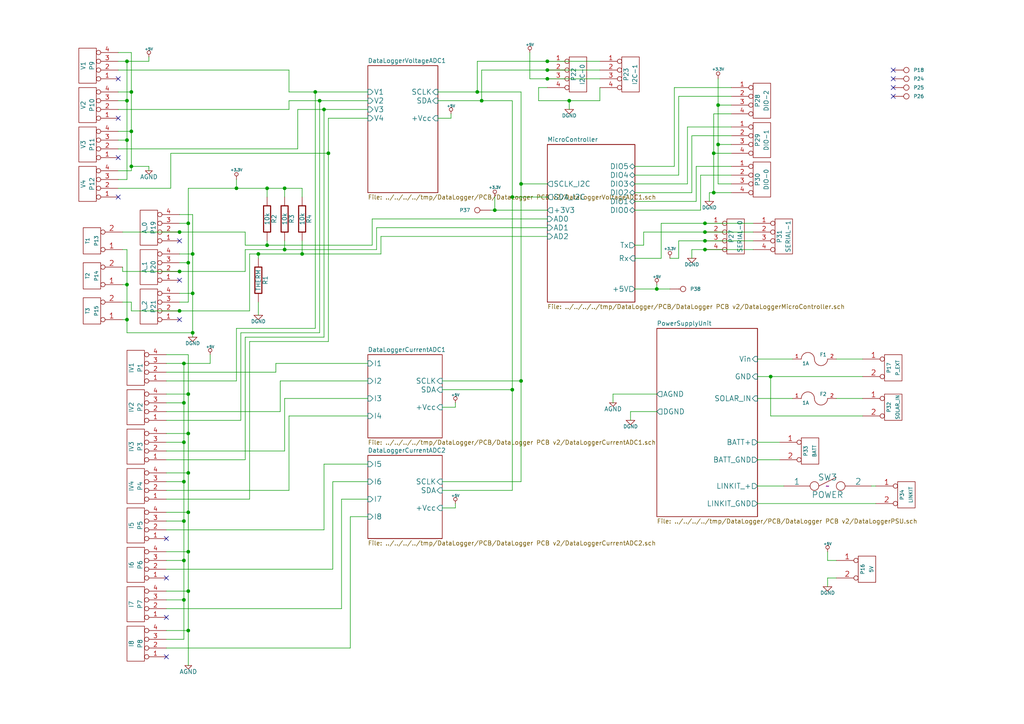
<source format=kicad_sch>
(kicad_sch (version 20230121) (generator eeschema)
  (paper "A4")
  (title_block (title "VIt Monitoring Slave Unit") (date "7 may 2015") (rev "1") (company "Product Health"))
  (lib_symbols
    (symbol "DataLogger_LinkItOne_PCB_v2-rescue:+3.3V" (power) (pin_names (offset 0))
      (property "Value" "+3.3V" (at 0 2.794 0))
      (symbol "+3.3V_0_0"
        (pin power_in line (at 0 0 90) (length 0) hide (name "+3.3V") (number "1"))
      )
      (symbol "+3.3V_0_1"
        (polyline (pts (xy 0 0) (xy 0 1.016) (xy 0 1.016)))
        (circle (center 0 1.524) (radius 0.508))
      )
    )
    (symbol "DataLogger_LinkItOne_PCB_v2-rescue:+5V" (power) (pin_names (offset 1.016))
      (property "Value" "+5V" (at 0 2.286 0))
      (symbol "+5V_0_0"
        (pin power_in line (at 0 0 90) (length 0) hide (name "+5V") (number "1"))
      )
      (symbol "+5V_0_1"
        (polyline (pts (xy 0 0) (xy 0 0.762) (xy 0 0.762) (xy 0 0.762)))
        (circle (center 0 1.27) (radius 0.508))
      )
    )
    (symbol "DataLogger_LinkItOne_PCB_v2-rescue:AGND" (power) (pin_names (offset 0.254))
      (property "Value" "AGND" (at 0 -1.778 0))
      (symbol "AGND_0_1"
        (polyline (pts (xy -1.016 0) (xy 1.016 0) (xy 0 -1.016) (xy -1.016 0)))
      )
      (symbol "AGND_1_1"
        (pin power_in line (at 0 0 90) (length 0) hide (name "AGND") (number "1"))
      )
    )
    (symbol "DataLogger_LinkItOne_PCB_v2-rescue:CONN_1" (pin_numbers hide) (pin_names (offset 0.762) hide)
      (property "Reference" "P" (at 2.032 0 0))
      (symbol "CONN_1_0_1"
        (polyline (pts (xy -0.762 0) (xy -1.27 0)))
        (circle (center 0 0) (radius 0.7874))
      )
      (symbol "CONN_1_1_1"
        (pin passive line (at -3.81 0 0) (length 2.54) (name "1") (number "1"))
      )
    )
    (symbol "DataLogger_LinkItOne_PCB_v2-rescue:CONN_2" (pin_names (offset 1.016) hide)
      (property "Reference" "P" (at -1.27 0 90))
      (property "Value" "CONN_2" (at 1.27 0 90))
      (symbol "CONN_2_0_1"
        (rectangle (start -2.54 3.81) (end 2.54 -3.81))
      )
      (symbol "CONN_2_1_1"
        (pin passive inverted (at -8.89 2.54 0) (length 6.35) (name "P1") (number "1"))
        (pin passive inverted (at -8.89 -2.54 0) (length 6.35) (name "PM") (number "2"))
      )
    )
    (symbol "DataLogger_LinkItOne_PCB_v2-rescue:CONN_4" (pin_names (offset 1.016) hide)
      (property "Reference" "P" (at -1.27 0 90))
      (property "Value" "CONN_4" (at 1.27 0 90))
      (symbol "CONN_4_0_1"
        (rectangle (start -2.54 5.08) (end 2.54 -5.08))
      )
      (symbol "CONN_4_1_1"
        (pin passive inverted (at -8.89 3.81 0) (length 6.35) (name "P1") (number "1"))
        (pin passive inverted (at -8.89 1.27 0) (length 6.35) (name "P2") (number "2"))
        (pin passive inverted (at -8.89 -1.27 0) (length 6.35) (name "P3") (number "3"))
        (pin passive inverted (at -8.89 -3.81 0) (length 6.35) (name "P4") (number "4"))
      )
    )
    (symbol "DataLogger_LinkItOne_PCB_v2-rescue:DGND" (power) (pin_names (offset 1.016))
      (property "Value" "DGND" (at 0 -1.778 0))
      (symbol "DGND_0_1"
        (polyline (pts (xy -1.27 0) (xy 0 -1.27) (xy 1.27 0) (xy -1.27 0)))
      )
      (symbol "DGND_1_1"
        (pin power_in line (at 0 0 90) (length 0) hide (name "DGND") (number "1"))
      )
    )
    (symbol "DataLogger_LinkItOne_PCB_v2-rescue:FUSE" (pin_names (offset 0.254))
      (property "Reference" "F" (at 2.54 1.27 0))
      (property "Value" "FUSE" (at -2.54 -1.27 0))
      (symbol "FUSE_0_1"
        (arc (start 0 0) (mid -1.905 1.8967) (end -3.81 0))
        (arc (start 0 0) (mid 1.905 -1.8967) (end 3.81 0))
      )
      (symbol "FUSE_1_1"
        (pin input line (at -6.35 0 0) (length 2.54) (name "~") (number "1"))
        (pin input line (at 6.35 0 180) (length 2.54) (name "~") (number "2"))
      )
    )
    (symbol "DataLogger_LinkItOne_PCB_v2-rescue:R" (pin_numbers hide) (pin_names (offset 0))
      (property "Reference" "R" (at 2.032 0 90))
      (property "Value" "R" (at 0 0 90))
      (symbol "R_0_1"
        (rectangle (start -1.016 3.81) (end 1.016 -3.81) (stroke (width 0.3048)))
      )
      (symbol "R_1_1"
        (pin passive line (at 0 6.35 270) (length 2.54) (name "~") (number "1"))
        (pin passive line (at 0 -6.35 90) (length 2.54) (name "~") (number "2"))
      )
    )
    (symbol "DataLogger_LinkItOne_PCB_v2-rescue:SPST" (pin_numbers hide) (pin_names (offset 0))
      (property "Reference" "SW" (at 0 2.54 0))
      (property "Value" "SPST" (at 0 -2.54 0))
      (symbol "SPST_0_0"
        (circle (center -3.81 0) (radius 1.27))
        (polyline (pts (xy -2.54 0) (xy 2.54 2.54)))
        (circle (center 3.81 0) (radius 1.27))
      )
      (symbol "SPST_1_1"
        (pin input line (at -12.7 0 0) (length 7.62) (name "1") (number "1"))
        (pin input line (at 12.7 0 180) (length 7.62) (name "2") (number "2"))
      )
    )
  )
  (junction (at 36.83 92.71))
  (junction (at 36.83 29.21))
  (junction (at 36.83 17.78))
  (junction (at 53.34 128.27))
  (junction (at 54.61 160.02))
  (junction (at 55.88 73.66))
  (junction (at 82.55 72.39))
  (junction (at 91.44 26.67))
  (junction (at 53.34 116.84))
  (junction (at 223.52 109.22))
  (junction (at 190.5 83.82))
  (junction (at 54.61 182.88))
  (junction (at 158.75 17.78))
  (junction (at 52.07 67.31))
  (junction (at 77.47 71.12))
  (junction (at 54.61 171.45))
  (junction (at 204.47 69.85))
  (junction (at 93.98 31.75))
  (junction (at 36.83 40.64))
  (junction (at 207.01 55.88))
  (junction (at 92.71 29.21))
  (junction (at 54.61 137.16))
  (junction (at 53.34 151.13))
  (junction (at 53.34 173.99))
  (junction (at 208.28 41.91))
  (junction (at 148.59 57.15))
  (junction (at 165.1 29.21))
  (junction (at 53.34 139.7))
  (junction (at 151.13 110.49))
  (junction (at 87.63 73.66))
  (junction (at 54.61 114.3))
  (junction (at 38.1 26.67))
  (junction (at 74.93 73.66))
  (junction (at 38.1 48.26))
  (junction (at 95.25 44.45))
  (junction (at 54.61 125.73))
  (junction (at 148.59 113.03))
  (junction (at 36.83 82.55))
  (junction (at 158.75 20.32))
  (junction (at 77.47 54.61))
  (junction (at 139.7 29.21))
  (junction (at 38.1 38.1))
  (junction (at 204.47 67.31))
  (junction (at 53.34 105.41))
  (junction (at 151.13 53.34))
  (junction (at 208.28 30.48))
  (junction (at 138.43 26.67))
  (junction (at 82.55 54.61))
  (junction (at 207.01 44.45))
  (junction (at 53.34 162.56))
  (junction (at 54.61 64.77))
  (junction (at 55.88 96.52))
  (junction (at 52.07 78.74))
  (junction (at 204.47 72.39))
  (junction (at 54.61 76.2))
  (junction (at 52.07 90.17))
  (junction (at 204.47 64.77))
  (junction (at 143.51 60.96))
  (junction (at 68.58 54.61))
  (junction (at 54.61 148.59))
  (junction (at 55.88 85.09))
  (junction (at 158.75 22.86))
  (no_connect (at 259.08 20.32))
  (no_connect (at 48.26 156.21))
  (no_connect (at 259.08 22.86))
  (no_connect (at 48.26 167.64))
  (no_connect (at 34.29 22.86))
  (no_connect (at 34.29 34.29))
  (no_connect (at 48.26 190.5))
  (no_connect (at 52.07 81.28))
  (no_connect (at 52.07 92.71))
  (no_connect (at 34.29 45.72))
  (no_connect (at 52.07 69.85))
  (no_connect (at 34.29 57.15))
  (no_connect (at 259.08 27.94))
  (no_connect (at 259.08 25.4))
  (no_connect (at 48.26 179.07))
  (wire (pts (xy 43.18 49.53) (xy 43.18 48.26)))
  (wire (pts (xy 48.26 160.02) (xy 54.61 160.02)))
  (wire (pts (xy 52.07 78.74) (xy 71.12 78.74)))
  (wire (pts (xy 83.82 120.65) (xy 106.68 120.65)))
  (wire (pts (xy 200.66 55.88) (xy 184.15 55.88)))
  (wire (pts (xy 205.74 55.88) (xy 205.74 58.42)))
  (wire (pts (xy 186.69 67.31) (xy 204.47 67.31)))
  (wire (pts (xy 36.83 82.55) (xy 36.83 92.71)))
  (wire (pts (xy 48.26 171.45) (xy 54.61 171.45)))
  (wire (pts (xy 139.7 20.32) (xy 158.75 20.32)))
  (wire (pts (xy 199.39 53.34) (xy 199.39 36.83)))
  (wire (pts (xy 207.01 33.02) (xy 212.09 33.02)))
  (wire (pts (xy 54.61 171.45) (xy 54.61 182.88)))
  (wire (pts (xy 80.01 107.95) (xy 80.01 105.41)))
  (wire (pts (xy 165.1 31.75) (xy 165.1 29.21)))
  (wire (pts (xy 68.58 110.49) (xy 48.26 110.49)))
  (wire (pts (xy 53.34 139.7) (xy 53.34 151.13)))
  (wire (pts (xy 81.28 110.49) (xy 106.68 110.49)))
  (wire (pts (xy 109.22 66.04) (xy 158.75 66.04)))
  (wire (pts (xy 34.29 40.64) (xy 36.83 40.64)))
  (wire (pts (xy 54.61 87.63) (xy 52.07 87.63)))
  (wire (pts (xy 34.29 26.67) (xy 38.1 26.67)))
  (wire (pts (xy 54.61 148.59) (xy 54.61 160.02)))
  (wire (pts (xy 138.43 26.67) (xy 151.13 26.67)))
  (wire (pts (xy 53.34 105.41) (xy 53.34 116.84)))
  (wire (pts (xy 48.26 182.88) (xy 54.61 182.88)))
  (wire (pts (xy 86.36 43.18) (xy 34.29 43.18)))
  (wire (pts (xy 34.29 20.32) (xy 83.82 20.32)))
  (wire (pts (xy 48.26 102.87) (xy 54.61 102.87)))
  (wire (pts (xy 36.83 52.07) (xy 34.29 52.07)))
  (wire (pts (xy 106.68 134.62) (xy 93.98 134.62)))
  (wire (pts (xy 201.93 48.26) (xy 212.09 48.26)))
  (wire (pts (xy 184.15 58.42) (xy 201.93 58.42)))
  (wire (pts (xy 219.71 109.22) (xy 223.52 109.22)))
  (wire (pts (xy 72.39 99.06) (xy 95.25 99.06)))
  (wire (pts (xy 186.69 67.31) (xy 186.69 71.12)))
  (wire (pts (xy 194.31 74.93) (xy 196.85 74.93)))
  (wire (pts (xy 200.66 72.39) (xy 200.66 74.93)))
  (wire (pts (xy 196.85 50.8) (xy 184.15 50.8)))
  (wire (pts (xy 203.2 50.8) (xy 203.2 60.96)))
  (wire (pts (xy 74.93 74.93) (xy 74.93 73.66)))
  (wire (pts (xy 148.59 142.24) (xy 128.27 142.24)))
  (wire (pts (xy 95.25 44.45) (xy 95.25 34.29)))
  (wire (pts (xy 69.85 96.52) (xy 92.71 96.52)))
  (wire (pts (xy 219.71 133.35) (xy 226.06 133.35)))
  (wire (pts (xy 91.44 26.67) (xy 106.68 26.67)))
  (wire (pts (xy 92.71 29.21) (xy 106.68 29.21)))
  (wire (pts (xy 38.1 87.63) (xy 35.56 87.63)))
  (wire (pts (xy 219.71 104.14) (xy 229.87 104.14)))
  (wire (pts (xy 68.58 52.07) (xy 68.58 54.61)))
  (wire (pts (xy 201.93 58.42) (xy 201.93 48.26)))
  (wire (pts (xy 242.57 115.57) (xy 250.19 115.57)))
  (wire (pts (xy 48.26 144.78) (xy 72.39 144.78)))
  (wire (pts (xy 191.77 64.77) (xy 204.47 64.77)))
  (wire (pts (xy 35.56 67.31) (xy 52.07 67.31)))
  (wire (pts (xy 48.26 121.92) (xy 69.85 121.92)))
  (wire (pts (xy 109.22 72.39) (xy 109.22 66.04)))
  (wire (pts (xy 95.25 34.29) (xy 106.68 34.29)))
  (wire (pts (xy 52.07 73.66) (xy 55.88 73.66)))
  (wire (pts (xy 95.25 99.06) (xy 95.25 44.45)))
  (wire (pts (xy 86.36 31.75) (xy 86.36 43.18)))
  (wire (pts (xy 207.01 55.88) (xy 212.09 55.88)))
  (wire (pts (xy 184.15 74.93) (xy 191.77 74.93)))
  (wire (pts (xy 35.56 78.74) (xy 35.56 77.47)))
  (wire (pts (xy 139.7 29.21) (xy 148.59 29.21)))
  (wire (pts (xy 199.39 36.83) (xy 212.09 36.83)))
  (wire (pts (xy 48.26 151.13) (xy 53.34 151.13)))
  (wire (pts (xy 130.81 34.29) (xy 130.81 33.02)))
  (wire (pts (xy 156.21 29.21) (xy 165.1 29.21)))
  (wire (pts (xy 151.13 53.34) (xy 151.13 110.49)))
  (wire (pts (xy 186.69 71.12) (xy 184.15 71.12)))
  (wire (pts (xy 219.71 128.27) (xy 226.06 128.27)))
  (wire (pts (xy 36.83 96.52) (xy 55.88 96.52)))
  (wire (pts (xy 38.1 38.1) (xy 38.1 48.26)))
  (wire (pts (xy 208.28 41.91) (xy 208.28 53.34)))
  (wire (pts (xy 52.07 62.23) (xy 55.88 62.23)))
  (wire (pts (xy 212.09 41.91) (xy 208.28 41.91)))
  (wire (pts (xy 208.28 53.34) (xy 212.09 53.34)))
  (wire (pts (xy 142.24 60.96) (xy 143.51 60.96)))
  (wire (pts (xy 55.88 62.23) (xy 55.88 73.66)))
  (wire (pts (xy 101.6 149.86) (xy 101.6 187.96)))
  (wire (pts (xy 204.47 72.39) (xy 218.44 72.39)))
  (wire (pts (xy 72.39 90.17) (xy 52.07 90.17)))
  (wire (pts (xy 208.28 30.48) (xy 208.28 41.91)))
  (wire (pts (xy 87.63 54.61) (xy 87.63 57.15)))
  (wire (pts (xy 53.34 128.27) (xy 53.34 139.7)))
  (wire (pts (xy 132.08 147.32) (xy 132.08 146.05)))
  (wire (pts (xy 93.98 97.79) (xy 93.98 31.75)))
  (wire (pts (xy 48.26 105.41) (xy 53.34 105.41)))
  (wire (pts (xy 110.49 68.58) (xy 110.49 73.66)))
  (wire (pts (xy 127 34.29) (xy 130.81 34.29)))
  (wire (pts (xy 71.12 67.31) (xy 71.12 71.12)))
  (wire (pts (xy 53.34 173.99) (xy 53.34 185.42)))
  (wire (pts (xy 87.63 69.85) (xy 87.63 73.66)))
  (wire (pts (xy 190.5 82.55) (xy 190.5 83.82)))
  (wire (pts (xy 153.67 22.86) (xy 158.75 22.86)))
  (wire (pts (xy 219.71 115.57) (xy 229.87 115.57)))
  (wire (pts (xy 158.75 53.34) (xy 151.13 53.34)))
  (wire (pts (xy 195.58 25.4) (xy 212.09 25.4)))
  (wire (pts (xy 36.83 17.78) (xy 36.83 29.21)))
  (wire (pts (xy 68.58 95.25) (xy 68.58 110.49)))
  (wire (pts (xy 205.74 55.88) (xy 207.01 55.88)))
  (wire (pts (xy 242.57 162.56) (xy 240.03 162.56)))
  (wire (pts (xy 54.61 125.73) (xy 54.61 137.16)))
  (wire (pts (xy 200.66 72.39) (xy 204.47 72.39)))
  (wire (pts (xy 49.53 44.45) (xy 95.25 44.45)))
  (wire (pts (xy 182.88 119.38) (xy 182.88 121.92)))
  (wire (pts (xy 68.58 54.61) (xy 77.47 54.61)))
  (wire (pts (xy 208.28 30.48) (xy 212.09 30.48)))
  (wire (pts (xy 91.44 26.67) (xy 91.44 95.25)))
  (wire (pts (xy 43.18 48.26) (xy 38.1 48.26)))
  (wire (pts (xy 158.75 25.4) (xy 156.21 25.4)))
  (wire (pts (xy 158.75 17.78) (xy 173.99 17.78)))
  (wire (pts (xy 99.06 144.78) (xy 99.06 176.53)))
  (wire (pts (xy 48.26 137.16) (xy 54.61 137.16)))
  (wire (pts (xy 148.59 57.15) (xy 148.59 113.03)))
  (wire (pts (xy 151.13 110.49) (xy 151.13 139.7)))
  (wire (pts (xy 74.93 91.44) (xy 74.93 87.63)))
  (wire (pts (xy 53.34 185.42) (xy 48.26 185.42)))
  (wire (pts (xy 177.8 114.3) (xy 177.8 116.84)))
  (wire (pts (xy 128.27 118.11) (xy 132.08 118.11)))
  (wire (pts (xy 83.82 142.24) (xy 83.82 120.65)))
  (wire (pts (xy 127 29.21) (xy 139.7 29.21)))
  (wire (pts (xy 219.71 140.97) (xy 227.33 140.97)))
  (wire (pts (xy 34.29 17.78) (xy 36.83 17.78)))
  (wire (pts (xy 54.61 76.2) (xy 54.61 87.63)))
  (wire (pts (xy 55.88 73.66) (xy 55.88 85.09)))
  (wire (pts (xy 196.85 74.93) (xy 196.85 69.85)))
  (wire (pts (xy 48.26 114.3) (xy 54.61 114.3)))
  (wire (pts (xy 165.1 29.21) (xy 173.99 29.21)))
  (wire (pts (xy 36.83 17.78) (xy 43.18 17.78)))
  (wire (pts (xy 34.29 29.21) (xy 36.83 29.21)))
  (wire (pts (xy 35.56 78.74) (xy 52.07 78.74)))
  (wire (pts (xy 190.5 114.3) (xy 177.8 114.3)))
  (wire (pts (xy 156.21 25.4) (xy 156.21 29.21)))
  (wire (pts (xy 71.12 97.79) (xy 93.98 97.79)))
  (wire (pts (xy 96.52 165.1) (xy 48.26 165.1)))
  (wire (pts (xy 52.07 90.17) (xy 38.1 90.17)))
  (wire (pts (xy 35.56 82.55) (xy 36.83 82.55)))
  (wire (pts (xy 148.59 113.03) (xy 128.27 113.03)))
  (wire (pts (xy 82.55 54.61) (xy 87.63 54.61)))
  (wire (pts (xy 153.67 22.86) (xy 153.67 15.24)))
  (wire (pts (xy 195.58 48.26) (xy 195.58 25.4)))
  (wire (pts (xy 55.88 85.09) (xy 52.07 85.09)))
  (wire (pts (xy 54.61 182.88) (xy 54.61 193.04)))
  (wire (pts (xy 212.09 27.94) (xy 196.85 27.94)))
  (wire (pts (xy 38.1 26.67) (xy 38.1 38.1)))
  (wire (pts (xy 38.1 48.26) (xy 38.1 49.53)))
  (wire (pts (xy 54.61 114.3) (xy 54.61 125.73)))
  (wire (pts (xy 212.09 50.8) (xy 203.2 50.8)))
  (wire (pts (xy 151.13 26.67) (xy 151.13 53.34)))
  (wire (pts (xy 86.36 31.75) (xy 93.98 31.75)))
  (wire (pts (xy 107.95 63.5) (xy 158.75 63.5)))
  (wire (pts (xy 48.26 148.59) (xy 54.61 148.59)))
  (wire (pts (xy 223.52 120.65) (xy 250.19 120.65)))
  (wire (pts (xy 101.6 187.96) (xy 48.26 187.96)))
  (wire (pts (xy 38.1 49.53) (xy 34.29 49.53)))
  (wire (pts (xy 83.82 31.75) (xy 83.82 29.21)))
  (wire (pts (xy 93.98 31.75) (xy 106.68 31.75)))
  (wire (pts (xy 36.83 29.21) (xy 36.83 40.64)))
  (wire (pts (xy 77.47 69.85) (xy 77.47 71.12)))
  (wire (pts (xy 83.82 29.21) (xy 92.71 29.21)))
  (wire (pts (xy 82.55 69.85) (xy 82.55 72.39)))
  (wire (pts (xy 54.61 160.02) (xy 54.61 171.45)))
  (wire (pts (xy 48.26 116.84) (xy 53.34 116.84)))
  (wire (pts (xy 38.1 90.17) (xy 38.1 87.63)))
  (wire (pts (xy 143.51 57.15) (xy 143.51 60.96)))
  (wire (pts (xy 81.28 119.38) (xy 81.28 110.49)))
  (wire (pts (xy 184.15 48.26) (xy 195.58 48.26)))
  (wire (pts (xy 54.61 64.77) (xy 54.61 76.2)))
  (wire (pts (xy 148.59 29.21) (xy 148.59 57.15)))
  (wire (pts (xy 132.08 118.11) (xy 132.08 116.84)))
  (wire (pts (xy 48.26 133.35) (xy 71.12 133.35)))
  (wire (pts (xy 48.26 130.81) (xy 82.55 130.81)))
  (wire (pts (xy 151.13 110.49) (xy 128.27 110.49)))
  (wire (pts (xy 240.03 167.64) (xy 240.03 170.18)))
  (wire (pts (xy 48.26 119.38) (xy 81.28 119.38)))
  (wire (pts (xy 196.85 27.94) (xy 196.85 50.8)))
  (wire (pts (xy 87.63 73.66) (xy 74.93 73.66)))
  (wire (pts (xy 55.88 85.09) (xy 55.88 96.52)))
  (wire (pts (xy 54.61 137.16) (xy 54.61 148.59)))
  (wire (pts (xy 200.66 39.37) (xy 200.66 55.88)))
  (wire (pts (xy 72.39 73.66) (xy 72.39 90.17)))
  (wire (pts (xy 212.09 39.37) (xy 200.66 39.37)))
  (wire (pts (xy 60.96 105.41) (xy 60.96 102.87)))
  (wire (pts (xy 223.52 120.65) (xy 223.52 109.22)))
  (wire (pts (xy 204.47 69.85) (xy 218.44 69.85)))
  (wire (pts (xy 54.61 54.61) (xy 68.58 54.61)))
  (wire (pts (xy 196.85 69.85) (xy 204.47 69.85)))
  (wire (pts (xy 184.15 83.82) (xy 190.5 83.82)))
  (wire (pts (xy 72.39 144.78) (xy 72.39 99.06)))
  (wire (pts (xy 77.47 54.61) (xy 82.55 54.61)))
  (wire (pts (xy 83.82 26.67) (xy 91.44 26.67)))
  (wire (pts (xy 158.75 68.58) (xy 110.49 68.58)))
  (wire (pts (xy 71.12 78.74) (xy 71.12 72.39)))
  (wire (pts (xy 91.44 95.25) (xy 68.58 95.25)))
  (wire (pts (xy 158.75 20.32) (xy 173.99 20.32)))
  (wire (pts (xy 36.83 92.71) (xy 35.56 92.71)))
  (wire (pts (xy 99.06 176.53) (xy 48.26 176.53)))
  (wire (pts (xy 173.99 29.21) (xy 173.99 25.4)))
  (wire (pts (xy 110.49 73.66) (xy 87.63 73.66)))
  (wire (pts (xy 48.26 107.95) (xy 80.01 107.95)))
  (wire (pts (xy 107.95 71.12) (xy 107.95 63.5)))
  (wire (pts (xy 52.07 76.2) (xy 54.61 76.2)))
  (wire (pts (xy 139.7 29.21) (xy 139.7 20.32)))
  (wire (pts (xy 190.5 83.82) (xy 194.31 83.82)))
  (wire (pts (xy 252.73 140.97) (xy 254 140.97)))
  (wire (pts (xy 203.2 60.96) (xy 184.15 60.96)))
  (wire (pts (xy 36.83 40.64) (xy 36.83 52.07)))
  (wire (pts (xy 77.47 54.61) (xy 77.47 57.15)))
  (wire (pts (xy 52.07 67.31) (xy 71.12 67.31)))
  (wire (pts (xy 71.12 71.12) (xy 77.47 71.12)))
  (wire (pts (xy 48.26 125.73) (xy 54.61 125.73)))
  (wire (pts (xy 128.27 147.32) (xy 132.08 147.32)))
  (wire (pts (xy 52.07 64.77) (xy 54.61 64.77)))
  (wire (pts (xy 48.26 128.27) (xy 53.34 128.27)))
  (wire (pts (xy 204.47 64.77) (xy 218.44 64.77)))
  (wire (pts (xy 82.55 115.57) (xy 106.68 115.57)))
  (wire (pts (xy 143.51 60.96) (xy 158.75 60.96)))
  (wire (pts (xy 71.12 72.39) (xy 82.55 72.39)))
  (wire (pts (xy 48.26 139.7) (xy 53.34 139.7)))
  (wire (pts (xy 71.12 133.35) (xy 71.12 97.79)))
  (wire (pts (xy 53.34 151.13) (xy 53.34 162.56)))
  (wire (pts (xy 184.15 53.34) (xy 199.39 53.34)))
  (wire (pts (xy 53.34 162.56) (xy 53.34 173.99)))
  (wire (pts (xy 34.29 38.1) (xy 38.1 38.1)))
  (wire (pts (xy 242.57 104.14) (xy 250.19 104.14)))
  (wire (pts (xy 35.56 72.39) (xy 36.83 72.39)))
  (wire (pts (xy 212.09 44.45) (xy 207.01 44.45)))
  (wire (pts (xy 49.53 54.61) (xy 49.53 44.45)))
  (wire (pts (xy 55.88 96.52) (xy 55.88 97.79)))
  (wire (pts (xy 127 26.67) (xy 138.43 26.67)))
  (wire (pts (xy 36.83 72.39) (xy 36.83 82.55)))
  (wire (pts (xy 54.61 102.87) (xy 54.61 114.3)))
  (wire (pts (xy 82.55 130.81) (xy 82.55 115.57)))
  (wire (pts (xy 158.75 57.15) (xy 148.59 57.15)))
  (wire (pts (xy 34.29 15.24) (xy 38.1 15.24)))
  (wire (pts (xy 83.82 20.32) (xy 83.82 26.67)))
  (wire (pts (xy 82.55 57.15) (xy 82.55 54.61)))
  (wire (pts (xy 69.85 121.92) (xy 69.85 96.52)))
  (wire (pts (xy 96.52 139.7) (xy 96.52 165.1)))
  (wire (pts (xy 80.01 105.41) (xy 106.68 105.41)))
  (wire (pts (xy 240.03 162.56) (xy 240.03 160.02)))
  (wire (pts (xy 208.28 22.86) (xy 208.28 30.48)))
  (wire (pts (xy 48.26 142.24) (xy 83.82 142.24)))
  (wire (pts (xy 219.71 146.05) (xy 254 146.05)))
  (wire (pts (xy 77.47 71.12) (xy 107.95 71.12)))
  (wire (pts (xy 207.01 44.45) (xy 207.01 33.02)))
  (wire (pts (xy 34.29 54.61) (xy 49.53 54.61)))
  (wire (pts (xy 92.71 96.52) (xy 92.71 29.21)))
  (wire (pts (xy 182.88 119.38) (xy 190.5 119.38)))
  (wire (pts (xy 74.93 73.66) (xy 72.39 73.66)))
  (wire (pts (xy 93.98 153.67) (xy 48.26 153.67)))
  (wire (pts (xy 242.57 167.64) (xy 240.03 167.64)))
  (wire (pts (xy 93.98 134.62) (xy 93.98 153.67)))
  (wire (pts (xy 151.13 139.7) (xy 128.27 139.7)))
  (wire (pts (xy 53.34 116.84) (xy 53.34 128.27)))
  (wire (pts (xy 82.55 72.39) (xy 109.22 72.39)))
  (wire (pts (xy 191.77 74.93) (xy 191.77 64.77)))
  (wire (pts (xy 158.75 22.86) (xy 173.99 22.86)))
  (wire (pts (xy 48.26 173.99) (xy 53.34 173.99)))
  (wire (pts (xy 106.68 139.7) (xy 96.52 139.7)))
  (wire (pts (xy 38.1 15.24) (xy 38.1 26.67)))
  (wire (pts (xy 207.01 55.88) (xy 207.01 44.45)))
  (wire (pts (xy 53.34 105.41) (xy 60.96 105.41)))
  (wire (pts (xy 34.29 31.75) (xy 83.82 31.75)))
  (wire (pts (xy 106.68 144.78) (xy 99.06 144.78)))
  (wire (pts (xy 138.43 17.78) (xy 138.43 26.67)))
  (wire (pts (xy 106.68 149.86) (xy 101.6 149.86)))
  (wire (pts (xy 138.43 17.78) (xy 158.75 17.78)))
  (wire (pts (xy 36.83 92.71) (xy 36.83 96.52)))
  (wire (pts (xy 54.61 54.61) (xy 54.61 64.77)))
  (wire (pts (xy 204.47 67.31) (xy 218.44 67.31)))
  (wire (pts (xy 48.26 162.56) (xy 53.34 162.56)))
  (wire (pts (xy 223.52 109.22) (xy 250.19 109.22)))
  (wire (pts (xy 43.18 17.78) (xy 43.18 16.51)))
  (wire (pts (xy 148.59 113.03) (xy 148.59 142.24)))
  (symbol (lib_id "DataLogger_LinkItOne_PCB_v2-rescue:CONN_2") (at 259.08 106.68 0) (unit 1)
    (property "Reference" "P17" (at 257.81 106.68 90) (effects (font (size 1.016 1.016))))
    (property "Value" "P_EXT" (at 260.35 106.68 90) (effects (font (size 1.016 1.016))))
  )
  (symbol (lib_id "DataLogger_LinkItOne_PCB_v2-rescue:R") (at 77.47 63.5 0) (unit 1)
    (property "Reference" "R2" (at 79.502 63.5 90))
    (property "Value" "10k" (at 77.47 63.5 90))
  )
  (symbol (lib_id "DataLogger_LinkItOne_PCB_v2-rescue:R") (at 82.55 63.5 0) (unit 1)
    (property "Reference" "R3" (at 84.582 63.5 90))
    (property "Value" "10k" (at 82.55 63.5 90))
  )
  (symbol (lib_id "DataLogger_LinkItOne_PCB_v2-rescue:R") (at 87.63 63.5 0) (unit 1)
    (property "Reference" "R4" (at 89.662 63.5 90))
    (property "Value" "10k" (at 87.63 63.5 90))
  )
  (symbol (lib_id "DataLogger_LinkItOne_PCB_v2-rescue:CONN_2") (at 26.67 69.85 180) (unit 1)
    (property "Reference" "P13" (at 27.94 69.85 90) (effects (font (size 1.016 1.016))))
    (property "Value" "T1" (at 25.4 69.85 90) (effects (font (size 1.016 1.016))))
  )
  (symbol (lib_id "DataLogger_LinkItOne_PCB_v2-rescue:CONN_2") (at 26.67 80.01 180) (unit 1)
    (property "Reference" "P14" (at 27.94 80.01 90) (effects (font (size 1.016 1.016))))
    (property "Value" "T2" (at 25.4 80.01 90) (effects (font (size 1.016 1.016))))
  )
  (symbol (lib_id "DataLogger_LinkItOne_PCB_v2-rescue:CONN_2") (at 26.67 90.17 180) (unit 1)
    (property "Reference" "P15" (at 27.94 90.17 90) (effects (font (size 1.016 1.016))))
    (property "Value" "T3" (at 25.4 90.17 90) (effects (font (size 1.016 1.016))))
  )
  (symbol (lib_id "DataLogger_LinkItOne_PCB_v2-rescue:DGND") (at 55.88 97.79 0) (unit 1)
    (property "Reference" "#PWR01" (effects hide))
    (property "Value" "DGND" (at 55.88 99.568 0) (effects (font (size 1.016 1.016))))
  )
  (symbol (lib_id "DataLogger_LinkItOne_PCB_v2-rescue:R") (at 74.93 81.28 0) (unit 1)
    (property "Reference" "R1" (at 76.962 81.28 90))
    (property "Value" "THERM" (at 74.93 81.28 90))
  )
  (symbol (lib_id "DataLogger_LinkItOne_PCB_v2-rescue:DGND") (at 74.93 91.44 0) (unit 1)
    (property "Reference" "#PWR02" (effects hide))
    (property "Value" "DGND" (at 74.93 93.218 0) (effects (font (size 1.016 1.016))))
  )
  (symbol (lib_id "DataLogger_LinkItOne_PCB_v2-rescue:CONN_4") (at 39.37 163.83 180) (unit 1)
    (property "Reference" "P6" (at 40.64 163.83 90))
    (property "Value" "I6" (at 38.1 163.83 90))
  )
  (symbol (lib_id "DataLogger_LinkItOne_PCB_v2-rescue:CONN_4") (at 39.37 152.4 180) (unit 1)
    (property "Reference" "P5" (at 40.64 152.4 90))
    (property "Value" "I5" (at 38.1 152.4 90))
  )
  (symbol (lib_id "DataLogger_LinkItOne_PCB_v2-rescue:CONN_4") (at 39.37 175.26 180) (unit 1)
    (property "Reference" "P7" (at 40.64 175.26 90))
    (property "Value" "I7" (at 38.1 175.26 90))
  )
  (symbol (lib_id "DataLogger_LinkItOne_PCB_v2-rescue:CONN_4") (at 39.37 186.69 180) (unit 1)
    (property "Reference" "P8" (at 40.64 186.69 90))
    (property "Value" "I8" (at 38.1 186.69 90))
  )
  (symbol (lib_id "DataLogger_LinkItOne_PCB_v2-rescue:CONN_4") (at 39.37 118.11 180) (unit 1)
    (property "Reference" "P2" (at 40.64 118.11 90))
    (property "Value" "IV2" (at 38.1 118.11 90))
  )
  (symbol (lib_id "DataLogger_LinkItOne_PCB_v2-rescue:CONN_4") (at 39.37 106.68 180) (unit 1)
    (property "Reference" "P1" (at 40.64 106.68 90))
    (property "Value" "IV1" (at 38.1 106.68 90))
  )
  (symbol (lib_id "DataLogger_LinkItOne_PCB_v2-rescue:CONN_4") (at 39.37 129.54 180) (unit 1)
    (property "Reference" "P3" (at 40.64 129.54 90))
    (property "Value" "IV3" (at 38.1 129.54 90))
  )
  (symbol (lib_id "DataLogger_LinkItOne_PCB_v2-rescue:CONN_4") (at 39.37 140.97 180) (unit 1)
    (property "Reference" "P4" (at 40.64 140.97 90))
    (property "Value" "IV4" (at 38.1 140.97 90))
  )
  (symbol (lib_id "DataLogger_LinkItOne_PCB_v2-rescue:CONN_2") (at 251.46 165.1 0) (unit 1)
    (property "Reference" "P16" (at 250.19 165.1 90) (effects (font (size 1.016 1.016))))
    (property "Value" "5V" (at 252.73 165.1 90) (effects (font (size 1.016 1.016))))
  )
  (symbol (lib_id "DataLogger_LinkItOne_PCB_v2-rescue:CONN_1") (at 262.89 20.32 0) (unit 1)
    (property "Reference" "P18" (at 264.922 20.32 0) (effects (font (size 1.016 1.016)) (justify left)))
    (property "Value" "CONN_1" (effects hide))
  )
  (symbol (lib_id "DataLogger_LinkItOne_PCB_v2-rescue:CONN_4") (at 43.18 66.04 180) (unit 1)
    (property "Reference" "P19" (at 44.45 66.04 90))
    (property "Value" "A_0" (at 41.91 66.04 90))
  )
  (symbol (lib_id "DataLogger_LinkItOne_PCB_v2-rescue:CONN_4") (at 43.18 77.47 180) (unit 1)
    (property "Reference" "P20" (at 44.45 77.47 90))
    (property "Value" "A_1" (at 41.91 77.47 90))
  )
  (symbol (lib_id "DataLogger_LinkItOne_PCB_v2-rescue:CONN_4") (at 43.18 88.9 180) (unit 1)
    (property "Reference" "P21" (at 44.45 88.9 90))
    (property "Value" "A_2" (at 41.91 88.9 90))
  )
  (symbol (lib_id "DataLogger_LinkItOne_PCB_v2-rescue:CONN_4") (at 167.64 21.59 0) (unit 1)
    (property "Reference" "P22" (at 166.37 21.59 90))
    (property "Value" "I2C-0" (at 168.91 21.59 90))
  )
  (symbol (lib_id "DataLogger_LinkItOne_PCB_v2-rescue:CONN_4") (at 182.88 21.59 0) (unit 1)
    (property "Reference" "P23" (at 181.61 21.59 90))
    (property "Value" "I2C-1" (at 184.15 21.59 90))
  )
  (symbol (lib_id "DataLogger_LinkItOne_PCB_v2-rescue:CONN_1") (at 262.89 22.86 0) (unit 1)
    (property "Reference" "P24" (at 264.922 22.86 0) (effects (font (size 1.016 1.016)) (justify left)))
    (property "Value" "CONN_1" (effects hide))
  )
  (symbol (lib_id "DataLogger_LinkItOne_PCB_v2-rescue:CONN_1") (at 262.89 25.4 0) (unit 1)
    (property "Reference" "P25" (at 264.922 25.4 0) (effects (font (size 1.016 1.016)) (justify left)))
    (property "Value" "CONN_1" (effects hide))
  )
  (symbol (lib_id "DataLogger_LinkItOne_PCB_v2-rescue:CONN_1") (at 262.89 27.94 0) (unit 1)
    (property "Reference" "P26" (at 264.922 27.94 0) (effects (font (size 1.016 1.016)) (justify left)))
    (property "Value" "CONN_1" (effects hide))
  )
  (symbol (lib_id "DataLogger_LinkItOne_PCB_v2-rescue:CONN_4") (at 220.98 29.21 0) (unit 1)
    (property "Reference" "P28" (at 219.71 29.21 90))
    (property "Value" "DIO-2" (at 222.25 29.21 90))
  )
  (symbol (lib_id "DataLogger_LinkItOne_PCB_v2-rescue:CONN_4") (at 220.98 40.64 0) (unit 1)
    (property "Reference" "P29" (at 219.71 40.64 90))
    (property "Value" "DIO-1" (at 222.25 40.64 90))
  )
  (symbol (lib_id "DataLogger_LinkItOne_PCB_v2-rescue:CONN_4") (at 220.98 52.07 0) (unit 1)
    (property "Reference" "P30" (at 219.71 52.07 90))
    (property "Value" "DIO-0" (at 222.25 52.07 90))
  )
  (symbol (lib_id "DataLogger_LinkItOne_PCB_v2-rescue:CONN_4") (at 213.36 68.58 0) (unit 1)
    (property "Reference" "P27" (at 212.09 68.58 90))
    (property "Value" "SERIAL-0" (at 214.63 68.58 90))
  )
  (symbol (lib_id "DataLogger_LinkItOne_PCB_v2-rescue:CONN_4") (at 227.33 68.58 0) (unit 1)
    (property "Reference" "P31" (at 226.06 68.58 90))
    (property "Value" "SERIAL-1" (at 228.6 68.58 90))
  )
  (symbol (lib_id "DataLogger_LinkItOne_PCB_v2-rescue:CONN_4") (at 25.4 19.05 180) (unit 1)
    (property "Reference" "P9" (at 26.67 19.05 90))
    (property "Value" "V1" (at 24.13 19.05 90))
  )
  (symbol (lib_id "DataLogger_LinkItOne_PCB_v2-rescue:CONN_4") (at 25.4 30.48 180) (unit 1)
    (property "Reference" "P10" (at 26.67 30.48 90))
    (property "Value" "V2" (at 24.13 30.48 90))
  )
  (symbol (lib_id "DataLogger_LinkItOne_PCB_v2-rescue:CONN_4") (at 25.4 41.91 180) (unit 1)
    (property "Reference" "P11" (at 26.67 41.91 90))
    (property "Value" "V3" (at 24.13 41.91 90))
  )
  (symbol (lib_id "DataLogger_LinkItOne_PCB_v2-rescue:CONN_4") (at 25.4 53.34 180) (unit 1)
    (property "Reference" "P12" (at 26.67 53.34 90))
    (property "Value" "V4" (at 24.13 53.34 90))
  )
  (symbol (lib_id "DataLogger_LinkItOne_PCB_v2-rescue:DGND") (at 165.1 31.75 0) (unit 1)
    (property "Reference" "#PWR03" (effects hide))
    (property "Value" "DGND" (at 165.1 33.528 0) (effects (font (size 1.016 1.016))))
  )
  (symbol (lib_id "DataLogger_LinkItOne_PCB_v2-rescue:DGND") (at 200.66 74.93 0) (unit 1)
    (property "Reference" "#PWR04" (effects hide))
    (property "Value" "DGND" (at 200.66 76.708 0) (effects (font (size 1.016 1.016))))
  )
  (symbol (lib_id "DataLogger_LinkItOne_PCB_v2-rescue:DGND") (at 205.74 58.42 0) (unit 1)
    (property "Reference" "#PWR05" (effects hide))
    (property "Value" "DGND" (at 205.74 60.198 0) (effects (font (size 1.016 1.016))))
  )
  (symbol (lib_id "DataLogger_LinkItOne_PCB_v2-rescue:+5V") (at 190.5 82.55 0) (unit 1)
    (property "Reference" "#PWR06" (effects hide))
    (property "Value" "+5V" (at 190.5 80.264 0) (effects (font (size 0.762 0.762))))
  )
  (symbol (lib_id "DataLogger_LinkItOne_PCB_v2-rescue:+5V") (at 43.18 16.51 0) (unit 1)
    (property "Reference" "#PWR07" (effects hide))
    (property "Value" "+5V" (at 43.18 14.224 0) (effects (font (size 0.762 0.762))))
  )
  (symbol (lib_id "DataLogger_LinkItOne_PCB_v2-rescue:DGND") (at 182.88 121.92 0) (unit 1)
    (property "Reference" "#PWR08" (effects hide))
    (property "Value" "DGND" (at 182.88 123.698 0) (effects (font (size 1.016 1.016))))
  )
  (symbol (lib_id "DataLogger_LinkItOne_PCB_v2-rescue:DGND") (at 240.03 170.18 0) (unit 1)
    (property "Reference" "#PWR09" (effects hide))
    (property "Value" "DGND" (at 240.03 171.958 0) (effects (font (size 1.016 1.016))))
  )
  (symbol (lib_id "DataLogger_LinkItOne_PCB_v2-rescue:+5V") (at 240.03 160.02 0) (unit 1)
    (property "Reference" "#PWR010" (effects hide))
    (property "Value" "+5V" (at 240.03 157.734 0) (effects (font (size 0.762 0.762))))
  )
  (symbol (lib_id "DataLogger_LinkItOne_PCB_v2-rescue:AGND") (at 177.8 116.84 0) (unit 1)
    (property "Reference" "#PWR011" (effects hide))
    (property "Value" "AGND" (at 177.8 118.618 0))
  )
  (symbol (lib_id "DataLogger_LinkItOne_PCB_v2-rescue:AGND") (at 43.18 49.53 0) (unit 1)
    (property "Reference" "#PWR012" (effects hide))
    (property "Value" "AGND" (at 43.18 51.308 0))
  )
  (symbol (lib_id "DataLogger_LinkItOne_PCB_v2-rescue:AGND") (at 54.61 193.04 0) (unit 1)
    (property "Reference" "#PWR013" (effects hide))
    (property "Value" "AGND" (at 54.61 194.818 0))
  )
  (symbol (lib_id "DataLogger_LinkItOne_PCB_v2-rescue:+5V") (at 60.96 102.87 0) (unit 1)
    (property "Reference" "#PWR014" (effects hide))
    (property "Value" "+5V" (at 60.96 100.584 0) (effects (font (size 0.762 0.762))))
  )
  (symbol (lib_id "DataLogger_LinkItOne_PCB_v2-rescue:CONN_2") (at 259.08 118.11 0) (unit 1)
    (property "Reference" "P32" (at 257.81 118.11 90) (effects (font (size 1.016 1.016))))
    (property "Value" "SOLAR_IN" (at 260.35 118.11 90) (effects (font (size 1.016 1.016))))
  )
  (symbol (lib_id "DataLogger_LinkItOne_PCB_v2-rescue:CONN_2") (at 234.95 130.81 0) (unit 1)
    (property "Reference" "P33" (at 233.68 130.81 90) (effects (font (size 1.016 1.016))))
    (property "Value" "BATT" (at 236.22 130.81 90) (effects (font (size 1.016 1.016))))
  )
  (symbol (lib_id "DataLogger_LinkItOne_PCB_v2-rescue:CONN_2") (at 262.89 143.51 0) (unit 1)
    (property "Reference" "P34" (at 261.62 143.51 90) (effects (font (size 1.016 1.016))))
    (property "Value" "LINKIT" (at 264.16 143.51 90) (effects (font (size 1.016 1.016))))
  )
  (symbol (lib_id "DataLogger_LinkItOne_PCB_v2-rescue:+3.3V") (at 143.51 57.15 0) (unit 1)
    (property "Reference" "#PWR015" (effects hide))
    (property "Value" "+3.3V" (at 143.51 54.356 0) (effects (font (size 0.762 0.762))))
  )
  (symbol (lib_id "DataLogger_LinkItOne_PCB_v2-rescue:+3.3V") (at 68.58 52.07 0) (unit 1)
    (property "Reference" "#PWR016" (effects hide))
    (property "Value" "+3.3V" (at 68.58 49.276 0) (effects (font (size 0.762 0.762))))
  )
  (symbol (lib_id "DataLogger_LinkItOne_PCB_v2-rescue:+3.3V") (at 208.28 22.86 0) (unit 1)
    (property "Reference" "#PWR017" (effects hide))
    (property "Value" "+3.3V" (at 208.28 20.066 0) (effects (font (size 0.762 0.762))))
  )
  (symbol (lib_id "DataLogger_LinkItOne_PCB_v2-rescue:+3.3V") (at 194.31 74.93 0) (unit 1)
    (property "Reference" "#PWR018" (effects hide))
    (property "Value" "+3.3V" (at 194.31 72.136 0) (effects (font (size 0.762 0.762))))
  )
  (symbol (lib_id "DataLogger_LinkItOne_PCB_v2-rescue:SPST") (at 240.03 140.97 0) (unit 1)
    (property "Reference" "SW3" (at 240.03 138.43 0) (effects (font (size 1.778 1.778))))
    (property "Value" "POWER" (at 240.03 143.51 0) (effects (font (size 1.778 1.778))))
    (property "Footprint" "~" (at 240.03 140.97 0) (effects (font (size 1.524 1.524))))
    (property "Datasheet" "~" (at 240.03 140.97 0) (effects (font (size 1.524 1.524))))
  )
  (symbol (lib_id "DataLogger_LinkItOne_PCB_v2-rescue:FUSE") (at 236.22 104.14 0) (unit 1)
    (property "Reference" "F1" (at 238.76 102.87 0) (effects (font (size 1.016 1.016))))
    (property "Value" "1A" (at 233.68 105.41 0) (effects (font (size 1.016 1.016))))
  )
  (symbol (lib_id "DataLogger_LinkItOne_PCB_v2-rescue:FUSE") (at 236.22 115.57 0) (unit 1)
    (property "Reference" "F2" (at 238.76 114.3 0) (effects (font (size 1.016 1.016))))
    (property "Value" "1A" (at 233.68 116.84 0) (effects (font (size 1.016 1.016))))
  )
  (symbol (lib_id "DataLogger_LinkItOne_PCB_v2-rescue:CONN_1") (at 138.43 60.96 180) (unit 1)
    (property "Reference" "P37" (at 136.398 60.96 0) (effects (font (size 1.016 1.016)) (justify left)))
    (property "Value" "TP33V" (effects hide))
  )
  (symbol (lib_id "DataLogger_LinkItOne_PCB_v2-rescue:CONN_1") (at 198.12 83.82 0) (unit 1)
    (property "Reference" "P38" (at 200.152 83.82 0) (effects (font (size 1.016 1.016)) (justify left)))
    (property "Value" "TP5V" (effects hide))
  )
  (symbol (lib_id "DataLogger_LinkItOne_PCB_v2-rescue:+5V") (at 132.08 146.05 0) (unit 1)
    (property "Reference" "#PWR019" (effects hide))
    (property "Value" "+5V" (at 132.08 143.764 0) (effects (font (size 0.762 0.762))))
  )
  (symbol (lib_id "DataLogger_LinkItOne_PCB_v2-rescue:+5V") (at 132.08 116.84 0) (unit 1)
    (property "Reference" "#PWR020" (effects hide))
    (property "Value" "+5V" (at 132.08 114.554 0) (effects (font (size 0.762 0.762))))
  )
  (symbol (lib_id "DataLogger_LinkItOne_PCB_v2-rescue:+5V") (at 130.81 33.02 0) (unit 1)
    (property "Reference" "#PWR021" (effects hide))
    (property "Value" "+5V" (at 130.81 30.734 0) (effects (font (size 0.762 0.762))))
  )
  (symbol (lib_id "DataLogger_LinkItOne_PCB_v2-rescue:+5V") (at 153.67 15.24 0) (unit 1)
    (property "Reference" "#PWR022" (effects hide))
    (property "Value" "+5V" (at 153.67 12.954 0) (effects (font (size 0.762 0.762))))
  )
  (sheet (at 158.75 41.91) (size 25.4 45.72)
    (property "Sheetname" "MicroController" (at 158.75 41.1984 0) (effects (justify left bottom)))
    (property "Sheetfile" "../../../../tmp/DataLogger/PCB/DataLogger PCB v2/DataLoggerMicroController.sch" (at 158.75 88.2146 0) (effects (justify left top)))
    (pin "SDA_I2C" output (at 158.75 57.15 180) (effects (font (size 1.524 1.524))))
    (pin "SCLK_I2C" output (at 158.75 53.34 180) (effects (font (size 1.524 1.524))))
    (pin "AD0" input (at 158.75 63.5 180) (effects (font (size 1.524 1.524))))
    (pin "AD1" input (at 158.75 66.04 180) (effects (font (size 1.524 1.524))))
    (pin "AD2" input (at 158.75 68.58 180) (effects (font (size 1.524 1.524))))
    (pin "+5V" output (at 184.15 83.82 0) (effects (font (size 1.524 1.524))))
    (pin "+3V3" output (at 158.75 60.96 180) (effects (font (size 1.524 1.524))))
    (pin "Tx" output (at 184.15 71.12 0) (effects (font (size 1.524 1.524))))
    (pin "Rx" input (at 184.15 74.93 0) (effects (font (size 1.524 1.524))))
    (pin "DIO0" bidirectional (at 184.15 60.96 0) (effects (font (size 1.524 1.524))))
    (pin "DIO1" bidirectional (at 184.15 58.42 0) (effects (font (size 1.524 1.524))))
    (pin "DIO2" bidirectional (at 184.15 55.88 0) (effects (font (size 1.524 1.524))))
    (pin "DIO3" bidirectional (at 184.15 53.34 0) (effects (font (size 1.524 1.524))))
    (pin "DIO4" bidirectional (at 184.15 50.8 0) (effects (font (size 1.524 1.524))))
    (pin "DIO5" bidirectional (at 184.15 48.26 0) (effects (font (size 1.524 1.524))))
  )
  (sheet (at 190.5 95.25) (size 29.21 54.61)
    (property "Sheetname" "PowerSupplyUnit" (at 190.5 94.5384 0) (effects (justify left bottom)))
    (property "Sheetfile" "../../../../tmp/DataLogger/PCB/DataLogger PCB v2/DataLoggerPSU.sch" (at 190.5 150.4446 0) (effects (justify left top)))
    (pin "Vin" input (at 219.71 104.14 0) (effects (font (size 1.524 1.524))))
    (pin "GND" input (at 219.71 109.22 0) (effects (font (size 1.524 1.524))))
    (pin "DGND" output (at 190.5 119.38 180) (effects (font (size 1.524 1.524))))
    (pin "AGND" output (at 190.5 114.3 180) (effects (font (size 1.524 1.524))))
    (pin "SOLAR_IN" input (at 219.71 115.57 0) (effects (font (size 1.524 1.524))))
    (pin "BATT+" output (at 219.71 128.27 0) (effects (font (size 1.524 1.524))))
    (pin "BATT_GND" output (at 219.71 133.35 0) (effects (font (size 1.524 1.524))))
    (pin "LINKIT_+" output (at 219.71 140.97 0) (effects (font (size 1.524 1.524))))
    (pin "LINKIT_GND" output (at 219.71 146.05 0) (effects (font (size 1.524 1.524))))
  )
  (sheet (at 106.68 19.05) (size 20.32 36.83)
    (property "Sheetname" "DataLoggerVoltageADC1" (at 106.68 18.3384 0) (effects (justify left bottom)))
    (property "Sheetfile" "../../../../tmp/DataLogger/PCB/DataLogger PCB v2/DataLoggerVoltageADC1.sch" (at 106.68 56.4646 0) (effects (justify left top)))
    (pin "SDA" input (at 127 29.21 0) (effects (font (size 1.524 1.524))))
    (pin "SCLK" input (at 127 26.67 0) (effects (font (size 1.524 1.524))))
    (pin "+Vcc" input (at 127 34.29 0) (effects (font (size 1.524 1.524))))
    (pin "V1" input (at 106.68 26.67 180) (effects (font (size 1.524 1.524))))
    (pin "V2" input (at 106.68 29.21 180) (effects (font (size 1.524 1.524))))
    (pin "V3" input (at 106.68 31.75 180) (effects (font (size 1.524 1.524))))
    (pin "V4" input (at 106.68 34.29 180) (effects (font (size 1.524 1.524))))
  )
  (sheet (at 106.68 102.87) (size 21.59 24.13)
    (property "Sheetname" "DataLoggerCurrentADC1" (at 106.68 102.1584 0) (effects (justify left bottom)))
    (property "Sheetfile" "../../../../tmp/DataLogger/PCB/DataLogger PCB v2/DataLoggerCurrentADC1.sch" (at 106.68 127.5846 0) (effects (justify left top)))
    (pin "SDA" input (at 128.27 113.03 0) (effects (font (size 1.524 1.524))))
    (pin "SCLK" input (at 128.27 110.49 0) (effects (font (size 1.524 1.524))))
    (pin "+Vcc" input (at 128.27 118.11 0) (effects (font (size 1.524 1.524))))
    (pin "I1" input (at 106.68 105.41 180) (effects (font (size 1.524 1.524))))
    (pin "I2" input (at 106.68 110.49 180) (effects (font (size 1.524 1.524))))
    (pin "I3" input (at 106.68 115.57 180) (effects (font (size 1.524 1.524))))
    (pin "I4" input (at 106.68 120.65 180) (effects (font (size 1.524 1.524))))
  )
  (sheet (at 106.68 132.08) (size 21.59 24.13)
    (property "Sheetname" "DataLoggerCurrentADC2" (at 106.68 131.3684 0) (effects (justify left bottom)))
    (property "Sheetfile" "../../../../tmp/DataLogger/PCB/DataLogger PCB v2/DataLoggerCurrentADC2.sch" (at 106.68 156.7946 0) (effects (justify left top)))
    (pin "SDA" input (at 128.27 142.24 0) (effects (font (size 1.524 1.524))))
    (pin "SCLK" input (at 128.27 139.7 0) (effects (font (size 1.524 1.524))))
    (pin "+Vcc" input (at 128.27 147.32 0) (effects (font (size 1.524 1.524))))
    (pin "I5" input (at 106.68 134.62 180) (effects (font (size 1.524 1.524))))
    (pin "I6" input (at 106.68 139.7 180) (effects (font (size 1.524 1.524))))
    (pin "I7" input (at 106.68 144.78 180) (effects (font (size 1.524 1.524))))
    (pin "I8" input (at 106.68 149.86 180) (effects (font (size 1.524 1.524))))
  )
)
</source>
